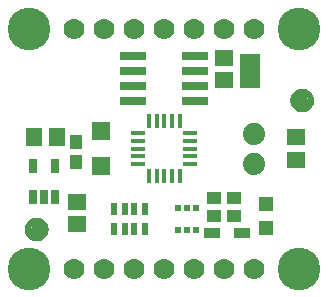
<source format=gbr>
G04 EAGLE Gerber RS-274X export*
G75*
%MOMM*%
%FSLAX34Y34*%
%LPD*%
%INSoldermask Top*%
%IPPOS*%
%AMOC8*
5,1,8,0,0,1.08239X$1,22.5*%
G01*
%ADD10R,1.201600X0.401600*%
%ADD11R,0.401600X1.201600*%
%ADD12C,1.101600*%
%ADD13C,0.500000*%
%ADD14C,3.617600*%
%ADD15R,2.301600X0.701600*%
%ADD16R,1.341600X1.601600*%
%ADD17R,1.601600X1.341600*%
%ADD18R,1.501600X1.501600*%
%ADD19R,1.651000X2.921000*%
%ADD20R,0.651600X1.301600*%
%ADD21R,1.451600X0.901600*%
%ADD22R,1.201600X1.101600*%
%ADD23C,1.778000*%
%ADD24R,0.601600X0.601600*%
%ADD25R,0.501600X0.601600*%
%ADD26R,0.551600X1.001600*%
%ADD27C,1.879600*%
%ADD28R,1.301600X1.301600*%
%ADD29R,1.101600X1.201600*%


D10*
X161700Y114000D03*
X161700Y120500D03*
X161700Y127000D03*
X161700Y133500D03*
X161700Y140000D03*
D11*
X152700Y150000D03*
X146200Y150000D03*
X139700Y150000D03*
X133200Y150000D03*
X126700Y150000D03*
D10*
X117700Y140000D03*
X117700Y133500D03*
X117700Y127000D03*
X117700Y120500D03*
X117700Y114000D03*
D11*
X126700Y104000D03*
X133200Y104000D03*
X139700Y104000D03*
X146200Y104000D03*
X152700Y104000D03*
D12*
X31750Y58420D03*
D13*
X31750Y50920D02*
X31931Y50922D01*
X32112Y50929D01*
X32293Y50940D01*
X32474Y50955D01*
X32654Y50975D01*
X32834Y50999D01*
X33013Y51027D01*
X33191Y51060D01*
X33368Y51097D01*
X33545Y51138D01*
X33720Y51183D01*
X33895Y51233D01*
X34068Y51287D01*
X34239Y51345D01*
X34410Y51407D01*
X34578Y51474D01*
X34745Y51544D01*
X34911Y51618D01*
X35074Y51697D01*
X35235Y51779D01*
X35395Y51865D01*
X35552Y51955D01*
X35707Y52049D01*
X35860Y52146D01*
X36010Y52248D01*
X36158Y52352D01*
X36304Y52461D01*
X36446Y52572D01*
X36586Y52688D01*
X36723Y52806D01*
X36858Y52928D01*
X36989Y53053D01*
X37117Y53181D01*
X37242Y53312D01*
X37364Y53447D01*
X37482Y53584D01*
X37598Y53724D01*
X37709Y53866D01*
X37818Y54012D01*
X37922Y54160D01*
X38024Y54310D01*
X38121Y54463D01*
X38215Y54618D01*
X38305Y54775D01*
X38391Y54935D01*
X38473Y55096D01*
X38552Y55259D01*
X38626Y55425D01*
X38696Y55592D01*
X38763Y55760D01*
X38825Y55931D01*
X38883Y56102D01*
X38937Y56275D01*
X38987Y56450D01*
X39032Y56625D01*
X39073Y56802D01*
X39110Y56979D01*
X39143Y57157D01*
X39171Y57336D01*
X39195Y57516D01*
X39215Y57696D01*
X39230Y57877D01*
X39241Y58058D01*
X39248Y58239D01*
X39250Y58420D01*
X31750Y50920D02*
X31569Y50922D01*
X31388Y50929D01*
X31207Y50940D01*
X31026Y50955D01*
X30846Y50975D01*
X30666Y50999D01*
X30487Y51027D01*
X30309Y51060D01*
X30132Y51097D01*
X29955Y51138D01*
X29780Y51183D01*
X29605Y51233D01*
X29432Y51287D01*
X29261Y51345D01*
X29090Y51407D01*
X28922Y51474D01*
X28755Y51544D01*
X28589Y51618D01*
X28426Y51697D01*
X28265Y51779D01*
X28105Y51865D01*
X27948Y51955D01*
X27793Y52049D01*
X27640Y52146D01*
X27490Y52248D01*
X27342Y52352D01*
X27196Y52461D01*
X27054Y52572D01*
X26914Y52688D01*
X26777Y52806D01*
X26642Y52928D01*
X26511Y53053D01*
X26383Y53181D01*
X26258Y53312D01*
X26136Y53447D01*
X26018Y53584D01*
X25902Y53724D01*
X25791Y53866D01*
X25682Y54012D01*
X25578Y54160D01*
X25476Y54310D01*
X25379Y54463D01*
X25285Y54618D01*
X25195Y54775D01*
X25109Y54935D01*
X25027Y55096D01*
X24948Y55259D01*
X24874Y55425D01*
X24804Y55592D01*
X24737Y55760D01*
X24675Y55931D01*
X24617Y56102D01*
X24563Y56275D01*
X24513Y56450D01*
X24468Y56625D01*
X24427Y56802D01*
X24390Y56979D01*
X24357Y57157D01*
X24329Y57336D01*
X24305Y57516D01*
X24285Y57696D01*
X24270Y57877D01*
X24259Y58058D01*
X24252Y58239D01*
X24250Y58420D01*
X24252Y58601D01*
X24259Y58782D01*
X24270Y58963D01*
X24285Y59144D01*
X24305Y59324D01*
X24329Y59504D01*
X24357Y59683D01*
X24390Y59861D01*
X24427Y60038D01*
X24468Y60215D01*
X24513Y60390D01*
X24563Y60565D01*
X24617Y60738D01*
X24675Y60909D01*
X24737Y61080D01*
X24804Y61248D01*
X24874Y61415D01*
X24948Y61581D01*
X25027Y61744D01*
X25109Y61905D01*
X25195Y62065D01*
X25285Y62222D01*
X25379Y62377D01*
X25476Y62530D01*
X25578Y62680D01*
X25682Y62828D01*
X25791Y62974D01*
X25902Y63116D01*
X26018Y63256D01*
X26136Y63393D01*
X26258Y63528D01*
X26383Y63659D01*
X26511Y63787D01*
X26642Y63912D01*
X26777Y64034D01*
X26914Y64152D01*
X27054Y64268D01*
X27196Y64379D01*
X27342Y64488D01*
X27490Y64592D01*
X27640Y64694D01*
X27793Y64791D01*
X27948Y64885D01*
X28105Y64975D01*
X28265Y65061D01*
X28426Y65143D01*
X28589Y65222D01*
X28755Y65296D01*
X28922Y65366D01*
X29090Y65433D01*
X29261Y65495D01*
X29432Y65553D01*
X29605Y65607D01*
X29780Y65657D01*
X29955Y65702D01*
X30132Y65743D01*
X30309Y65780D01*
X30487Y65813D01*
X30666Y65841D01*
X30846Y65865D01*
X31026Y65885D01*
X31207Y65900D01*
X31388Y65911D01*
X31569Y65918D01*
X31750Y65920D01*
X31931Y65918D01*
X32112Y65911D01*
X32293Y65900D01*
X32474Y65885D01*
X32654Y65865D01*
X32834Y65841D01*
X33013Y65813D01*
X33191Y65780D01*
X33368Y65743D01*
X33545Y65702D01*
X33720Y65657D01*
X33895Y65607D01*
X34068Y65553D01*
X34239Y65495D01*
X34410Y65433D01*
X34578Y65366D01*
X34745Y65296D01*
X34911Y65222D01*
X35074Y65143D01*
X35235Y65061D01*
X35395Y64975D01*
X35552Y64885D01*
X35707Y64791D01*
X35860Y64694D01*
X36010Y64592D01*
X36158Y64488D01*
X36304Y64379D01*
X36446Y64268D01*
X36586Y64152D01*
X36723Y64034D01*
X36858Y63912D01*
X36989Y63787D01*
X37117Y63659D01*
X37242Y63528D01*
X37364Y63393D01*
X37482Y63256D01*
X37598Y63116D01*
X37709Y62974D01*
X37818Y62828D01*
X37922Y62680D01*
X38024Y62530D01*
X38121Y62377D01*
X38215Y62222D01*
X38305Y62065D01*
X38391Y61905D01*
X38473Y61744D01*
X38552Y61581D01*
X38626Y61415D01*
X38696Y61248D01*
X38763Y61080D01*
X38825Y60909D01*
X38883Y60738D01*
X38937Y60565D01*
X38987Y60390D01*
X39032Y60215D01*
X39073Y60038D01*
X39110Y59861D01*
X39143Y59683D01*
X39171Y59504D01*
X39195Y59324D01*
X39215Y59144D01*
X39230Y58963D01*
X39241Y58782D01*
X39248Y58601D01*
X39250Y58420D01*
D12*
X256540Y167640D03*
D13*
X256540Y160140D02*
X256721Y160142D01*
X256902Y160149D01*
X257083Y160160D01*
X257264Y160175D01*
X257444Y160195D01*
X257624Y160219D01*
X257803Y160247D01*
X257981Y160280D01*
X258158Y160317D01*
X258335Y160358D01*
X258510Y160403D01*
X258685Y160453D01*
X258858Y160507D01*
X259029Y160565D01*
X259200Y160627D01*
X259368Y160694D01*
X259535Y160764D01*
X259701Y160838D01*
X259864Y160917D01*
X260025Y160999D01*
X260185Y161085D01*
X260342Y161175D01*
X260497Y161269D01*
X260650Y161366D01*
X260800Y161468D01*
X260948Y161572D01*
X261094Y161681D01*
X261236Y161792D01*
X261376Y161908D01*
X261513Y162026D01*
X261648Y162148D01*
X261779Y162273D01*
X261907Y162401D01*
X262032Y162532D01*
X262154Y162667D01*
X262272Y162804D01*
X262388Y162944D01*
X262499Y163086D01*
X262608Y163232D01*
X262712Y163380D01*
X262814Y163530D01*
X262911Y163683D01*
X263005Y163838D01*
X263095Y163995D01*
X263181Y164155D01*
X263263Y164316D01*
X263342Y164479D01*
X263416Y164645D01*
X263486Y164812D01*
X263553Y164980D01*
X263615Y165151D01*
X263673Y165322D01*
X263727Y165495D01*
X263777Y165670D01*
X263822Y165845D01*
X263863Y166022D01*
X263900Y166199D01*
X263933Y166377D01*
X263961Y166556D01*
X263985Y166736D01*
X264005Y166916D01*
X264020Y167097D01*
X264031Y167278D01*
X264038Y167459D01*
X264040Y167640D01*
X256540Y160140D02*
X256359Y160142D01*
X256178Y160149D01*
X255997Y160160D01*
X255816Y160175D01*
X255636Y160195D01*
X255456Y160219D01*
X255277Y160247D01*
X255099Y160280D01*
X254922Y160317D01*
X254745Y160358D01*
X254570Y160403D01*
X254395Y160453D01*
X254222Y160507D01*
X254051Y160565D01*
X253880Y160627D01*
X253712Y160694D01*
X253545Y160764D01*
X253379Y160838D01*
X253216Y160917D01*
X253055Y160999D01*
X252895Y161085D01*
X252738Y161175D01*
X252583Y161269D01*
X252430Y161366D01*
X252280Y161468D01*
X252132Y161572D01*
X251986Y161681D01*
X251844Y161792D01*
X251704Y161908D01*
X251567Y162026D01*
X251432Y162148D01*
X251301Y162273D01*
X251173Y162401D01*
X251048Y162532D01*
X250926Y162667D01*
X250808Y162804D01*
X250692Y162944D01*
X250581Y163086D01*
X250472Y163232D01*
X250368Y163380D01*
X250266Y163530D01*
X250169Y163683D01*
X250075Y163838D01*
X249985Y163995D01*
X249899Y164155D01*
X249817Y164316D01*
X249738Y164479D01*
X249664Y164645D01*
X249594Y164812D01*
X249527Y164980D01*
X249465Y165151D01*
X249407Y165322D01*
X249353Y165495D01*
X249303Y165670D01*
X249258Y165845D01*
X249217Y166022D01*
X249180Y166199D01*
X249147Y166377D01*
X249119Y166556D01*
X249095Y166736D01*
X249075Y166916D01*
X249060Y167097D01*
X249049Y167278D01*
X249042Y167459D01*
X249040Y167640D01*
X249042Y167821D01*
X249049Y168002D01*
X249060Y168183D01*
X249075Y168364D01*
X249095Y168544D01*
X249119Y168724D01*
X249147Y168903D01*
X249180Y169081D01*
X249217Y169258D01*
X249258Y169435D01*
X249303Y169610D01*
X249353Y169785D01*
X249407Y169958D01*
X249465Y170129D01*
X249527Y170300D01*
X249594Y170468D01*
X249664Y170635D01*
X249738Y170801D01*
X249817Y170964D01*
X249899Y171125D01*
X249985Y171285D01*
X250075Y171442D01*
X250169Y171597D01*
X250266Y171750D01*
X250368Y171900D01*
X250472Y172048D01*
X250581Y172194D01*
X250692Y172336D01*
X250808Y172476D01*
X250926Y172613D01*
X251048Y172748D01*
X251173Y172879D01*
X251301Y173007D01*
X251432Y173132D01*
X251567Y173254D01*
X251704Y173372D01*
X251844Y173488D01*
X251986Y173599D01*
X252132Y173708D01*
X252280Y173812D01*
X252430Y173914D01*
X252583Y174011D01*
X252738Y174105D01*
X252895Y174195D01*
X253055Y174281D01*
X253216Y174363D01*
X253379Y174442D01*
X253545Y174516D01*
X253712Y174586D01*
X253880Y174653D01*
X254051Y174715D01*
X254222Y174773D01*
X254395Y174827D01*
X254570Y174877D01*
X254745Y174922D01*
X254922Y174963D01*
X255099Y175000D01*
X255277Y175033D01*
X255456Y175061D01*
X255636Y175085D01*
X255816Y175105D01*
X255997Y175120D01*
X256178Y175131D01*
X256359Y175138D01*
X256540Y175140D01*
X256721Y175138D01*
X256902Y175131D01*
X257083Y175120D01*
X257264Y175105D01*
X257444Y175085D01*
X257624Y175061D01*
X257803Y175033D01*
X257981Y175000D01*
X258158Y174963D01*
X258335Y174922D01*
X258510Y174877D01*
X258685Y174827D01*
X258858Y174773D01*
X259029Y174715D01*
X259200Y174653D01*
X259368Y174586D01*
X259535Y174516D01*
X259701Y174442D01*
X259864Y174363D01*
X260025Y174281D01*
X260185Y174195D01*
X260342Y174105D01*
X260497Y174011D01*
X260650Y173914D01*
X260800Y173812D01*
X260948Y173708D01*
X261094Y173599D01*
X261236Y173488D01*
X261376Y173372D01*
X261513Y173254D01*
X261648Y173132D01*
X261779Y173007D01*
X261907Y172879D01*
X262032Y172748D01*
X262154Y172613D01*
X262272Y172476D01*
X262388Y172336D01*
X262499Y172194D01*
X262608Y172048D01*
X262712Y171900D01*
X262814Y171750D01*
X262911Y171597D01*
X263005Y171442D01*
X263095Y171285D01*
X263181Y171125D01*
X263263Y170964D01*
X263342Y170801D01*
X263416Y170635D01*
X263486Y170468D01*
X263553Y170300D01*
X263615Y170129D01*
X263673Y169958D01*
X263727Y169785D01*
X263777Y169610D01*
X263822Y169435D01*
X263863Y169258D01*
X263900Y169081D01*
X263933Y168903D01*
X263961Y168724D01*
X263985Y168544D01*
X264005Y168364D01*
X264020Y168183D01*
X264031Y168002D01*
X264038Y167821D01*
X264040Y167640D01*
D14*
X254000Y25400D03*
X25400Y25400D03*
D15*
X113700Y193040D03*
X165700Y193040D03*
X113700Y205740D03*
X113700Y180340D03*
X113700Y167640D03*
X165700Y205740D03*
X165700Y180340D03*
X165700Y167640D03*
D16*
X29870Y137160D03*
X48870Y137160D03*
D17*
X251460Y117500D03*
X251460Y136500D03*
D18*
X86360Y112500D03*
X86360Y141500D03*
D17*
X190500Y203810D03*
X190500Y184810D03*
D19*
X212090Y193040D03*
D20*
X28600Y86059D03*
X38100Y86059D03*
X47600Y86059D03*
X47600Y112061D03*
X28600Y112061D03*
D17*
X66040Y81890D03*
X66040Y62890D03*
D21*
X180340Y55880D03*
X205740Y55880D03*
D22*
X199000Y69850D03*
X182000Y69850D03*
D23*
X63500Y25400D03*
X88900Y25400D03*
X114300Y25400D03*
X139700Y25400D03*
X165100Y25400D03*
X190500Y25400D03*
X215900Y25400D03*
D24*
X151250Y58310D03*
D25*
X158750Y58310D03*
D24*
X166250Y58310D03*
X166250Y76310D03*
D25*
X158750Y76310D03*
D24*
X151250Y76310D03*
D14*
X254000Y228600D03*
X25400Y228600D03*
D26*
X123490Y58810D03*
X123490Y75810D03*
X114490Y58810D03*
X106490Y58810D03*
X97490Y58810D03*
X97490Y75810D03*
X114490Y75810D03*
X106490Y75810D03*
D27*
X215900Y114300D03*
X215900Y139700D03*
D28*
X226060Y80350D03*
X226060Y59350D03*
D29*
X64770Y115960D03*
X64770Y132960D03*
D22*
X182000Y85090D03*
X199000Y85090D03*
D23*
X63500Y228600D03*
X88900Y228600D03*
X114300Y228600D03*
X139700Y228600D03*
X165100Y228600D03*
X190500Y228600D03*
X215900Y228600D03*
M02*

</source>
